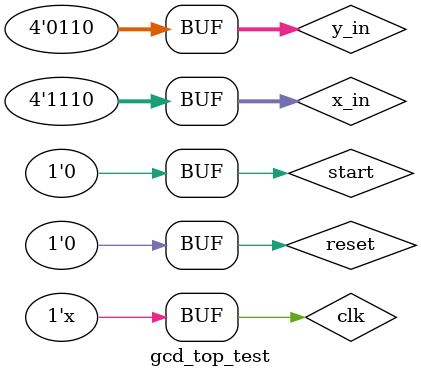
<source format=v>
`timescale 1ns / 1ps


module gcd_top_test;

	// Inputs
	reg [0:0] start;
	reg [3:0] x_in;
	reg [3:0] y_in;
	reg [0:0] reset;
	reg [0:0] clk;

	// Outputs
	wire [3:0] gcd_out;
	wire [0:0] gcd_done;

	// Instantiate the Unit Under Test (UUT)
	GCD_TOP uut (
		.start(start), 
		.x_in(x_in), 
		.y_in(y_in), 
		.reset(reset), 
		.gcd_out(gcd_out), 
		.gcd_done(gcd_done), 
		.clk(clk)
	);

	always begin
		clk = ~clk;
		#5;
	end

	initial begin
		// Initialize Inputs
		start = 0;
		x_in = 0;
		y_in = 0;
		reset = 1;
		clk = 0;

		// Wait 100 ns for global reset to finish
		#100;
		
		reset = 0;
		
		x_in = 14;
		y_in = 6;
		#10;
		start = 1;
		#10;
		start = 0;
		#60;
		
		
		
        
		// Add stimulus here

	end
      
endmodule


</source>
